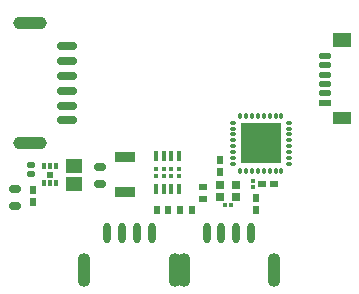
<source format=gtp>
G04*
G04 #@! TF.GenerationSoftware,Altium Limited,Altium Designer,18.0.8 (490)*
G04*
G04 Layer_Color=8421504*
%FSLAX44Y44*%
%MOMM*%
G71*
G01*
G75*
%ADD73R,0.4500X0.4500*%
%ADD74R,0.4500X0.4500*%
%ADD75R,0.4500X0.4500*%
%ADD76R,0.3508X0.9008*%
G04:AMPARAMS|DCode=77|XSize=0.6604mm|YSize=1.7526mm|CornerRadius=0.3302mm|HoleSize=0mm|Usage=FLASHONLY|Rotation=0.000|XOffset=0mm|YOffset=0mm|HoleType=Round|Shape=RoundedRectangle|*
%AMROUNDEDRECTD77*
21,1,0.6604,1.0922,0,0,0.0*
21,1,0.0000,1.7526,0,0,0.0*
1,1,0.6604,0.0000,-0.5461*
1,1,0.6604,0.0000,-0.5461*
1,1,0.6604,0.0000,0.5461*
1,1,0.6604,0.0000,0.5461*
%
%ADD77ROUNDEDRECTD77*%
G04:AMPARAMS|DCode=78|XSize=2.8702mm|YSize=1.0668mm|CornerRadius=0.5334mm|HoleSize=0mm|Usage=FLASHONLY|Rotation=90.000|XOffset=0mm|YOffset=0mm|HoleType=Round|Shape=RoundedRectangle|*
%AMROUNDEDRECTD78*
21,1,2.8702,0.0000,0,0,90.0*
21,1,1.8034,1.0668,0,0,90.0*
1,1,1.0668,0.0000,0.9017*
1,1,1.0668,0.0000,-0.9017*
1,1,1.0668,0.0000,-0.9017*
1,1,1.0668,0.0000,0.9017*
%
%ADD78ROUNDEDRECTD78*%
%ADD79R,0.5508X0.6508*%
%ADD80R,0.6508X0.5508*%
%ADD81R,0.8008X0.6508*%
G04:AMPARAMS|DCode=82|XSize=0.3708mm|YSize=0.4108mm|CornerRadius=0.1054mm|HoleSize=0mm|Usage=FLASHONLY|Rotation=90.000|XOffset=0mm|YOffset=0mm|HoleType=Round|Shape=RoundedRectangle|*
%AMROUNDEDRECTD82*
21,1,0.3708,0.2000,0,0,90.0*
21,1,0.1600,0.4108,0,0,90.0*
1,1,0.2108,0.1000,0.0800*
1,1,0.2108,0.1000,-0.0800*
1,1,0.2108,-0.1000,-0.0800*
1,1,0.2108,-0.1000,0.0800*
%
%ADD82ROUNDEDRECTD82*%
G04:AMPARAMS|DCode=83|XSize=0.3708mm|YSize=0.4108mm|CornerRadius=0.1054mm|HoleSize=0mm|Usage=FLASHONLY|Rotation=0.000|XOffset=0mm|YOffset=0mm|HoleType=Round|Shape=RoundedRectangle|*
%AMROUNDEDRECTD83*
21,1,0.3708,0.2000,0,0,0.0*
21,1,0.1600,0.4108,0,0,0.0*
1,1,0.2108,0.0800,-0.1000*
1,1,0.2108,-0.0800,-0.1000*
1,1,0.2108,-0.0800,0.1000*
1,1,0.2108,0.0800,0.1000*
%
%ADD83ROUNDEDRECTD83*%
%ADD84R,1.5508X1.0508*%
%ADD85R,1.0508X0.5508*%
G04:AMPARAMS|DCode=86|XSize=0.5508mm|YSize=1.0508mm|CornerRadius=0.2754mm|HoleSize=0mm|Usage=FLASHONLY|Rotation=270.000|XOffset=0mm|YOffset=0mm|HoleType=Round|Shape=RoundedRectangle|*
%AMROUNDEDRECTD86*
21,1,0.5508,0.5000,0,0,270.0*
21,1,0.0000,1.0508,0,0,270.0*
1,1,0.5508,-0.2500,0.0000*
1,1,0.5508,-0.2500,0.0000*
1,1,0.5508,0.2500,0.0000*
1,1,0.5508,0.2500,0.0000*
%
%ADD86ROUNDEDRECTD86*%
%ADD87R,1.5508X1.2508*%
%ADD88R,0.5588X0.6604*%
%ADD89R,0.6604X0.5588*%
G04:AMPARAMS|DCode=90|XSize=0.6604mm|YSize=0.9652mm|CornerRadius=0.1778mm|HoleSize=0mm|Usage=FLASHONLY|Rotation=270.000|XOffset=0mm|YOffset=0mm|HoleType=Round|Shape=RoundedRectangle|*
%AMROUNDEDRECTD90*
21,1,0.6604,0.6096,0,0,270.0*
21,1,0.3048,0.9652,0,0,270.0*
1,1,0.3556,-0.3048,-0.1524*
1,1,0.3556,-0.3048,0.1524*
1,1,0.3556,0.3048,0.1524*
1,1,0.3556,0.3048,-0.1524*
%
%ADD90ROUNDEDRECTD90*%
%ADD91R,1.4508X1.1508*%
G04:AMPARAMS|DCode=92|XSize=0.5588mm|YSize=0.6604mm|CornerRadius=0.1524mm|HoleSize=0mm|Usage=FLASHONLY|Rotation=270.000|XOffset=0mm|YOffset=0mm|HoleType=Round|Shape=RoundedRectangle|*
%AMROUNDEDRECTD92*
21,1,0.5588,0.3556,0,0,270.0*
21,1,0.2540,0.6604,0,0,270.0*
1,1,0.3048,-0.1778,-0.1270*
1,1,0.3048,-0.1778,0.1270*
1,1,0.3048,0.1778,0.1270*
1,1,0.3048,0.1778,-0.1270*
%
%ADD92ROUNDEDRECTD92*%
%ADD93R,0.5588X0.5588*%
%ADD94R,0.3048X0.6096*%
%ADD95R,1.6510X0.9652*%
%ADD96R,3.5008X3.5008*%
%ADD97O,0.6508X0.3508*%
%ADD98O,0.3508X0.6508*%
G04:AMPARAMS|DCode=99|XSize=0.6604mm|YSize=1.7526mm|CornerRadius=0.3302mm|HoleSize=0mm|Usage=FLASHONLY|Rotation=270.000|XOffset=0mm|YOffset=0mm|HoleType=Round|Shape=RoundedRectangle|*
%AMROUNDEDRECTD99*
21,1,0.6604,1.0922,0,0,270.0*
21,1,0.0000,1.7526,0,0,270.0*
1,1,0.6604,-0.5461,0.0000*
1,1,0.6604,-0.5461,0.0000*
1,1,0.6604,0.5461,0.0000*
1,1,0.6604,0.5461,0.0000*
%
%ADD99ROUNDEDRECTD99*%
G04:AMPARAMS|DCode=100|XSize=2.8702mm|YSize=1.0668mm|CornerRadius=0.5334mm|HoleSize=0mm|Usage=FLASHONLY|Rotation=0.000|XOffset=0mm|YOffset=0mm|HoleType=Round|Shape=RoundedRectangle|*
%AMROUNDEDRECTD100*
21,1,2.8702,0.0000,0,0,0.0*
21,1,1.8034,1.0668,0,0,0.0*
1,1,1.0668,0.9017,0.0000*
1,1,1.0668,-0.9017,0.0000*
1,1,1.0668,-0.9017,0.0000*
1,1,1.0668,0.9017,0.0000*
%
%ADD100ROUNDEDRECTD100*%
D73*
X966500Y1554050D02*
D03*
X953500Y1547551D02*
D03*
D74*
X960000Y1554050D02*
D03*
X947000D02*
D03*
D75*
X953500Y1554050D02*
D03*
X966500Y1547550D02*
D03*
X960000D02*
D03*
X947000Y1547550D02*
D03*
D76*
X966500Y1565000D02*
D03*
X960000Y1565000D02*
D03*
X953500Y1565000D02*
D03*
X947000D02*
D03*
X966500Y1536600D02*
D03*
X960000D02*
D03*
X953500D02*
D03*
X947000D02*
D03*
D77*
X943250Y1499750D02*
D03*
X930750D02*
D03*
X918150D02*
D03*
X905704D02*
D03*
X1027500Y1499750D02*
D03*
X1015000D02*
D03*
X1002400D02*
D03*
X989954D02*
D03*
D78*
X962750Y1468250D02*
D03*
X886146D02*
D03*
X1047000Y1468250D02*
D03*
X970396D02*
D03*
D79*
X1032000Y1529250D02*
D03*
Y1519250D02*
D03*
X1001250Y1561500D02*
D03*
Y1551500D02*
D03*
X842500Y1535750D02*
D03*
Y1525750D02*
D03*
D80*
X1046750Y1541000D02*
D03*
X1036750D02*
D03*
D81*
X1015000Y1540500D02*
D03*
X1015000Y1530500D02*
D03*
X1001500Y1540500D02*
D03*
X1001500Y1530500D02*
D03*
D82*
X1029000Y1543800D02*
D03*
X1029000Y1538200D02*
D03*
D83*
X1010800Y1523000D02*
D03*
X1005200Y1523000D02*
D03*
D84*
X1104398Y1596750D02*
D03*
D85*
X1090250Y1609750D02*
D03*
D86*
X1090250Y1617750D02*
D03*
X1090250Y1625750D02*
D03*
Y1633750D02*
D03*
Y1641750D02*
D03*
Y1649750D02*
D03*
D87*
X1104398Y1662750D02*
D03*
D88*
X947500Y1519000D02*
D03*
X957580Y1519000D02*
D03*
X967500Y1519250D02*
D03*
X977580D02*
D03*
D89*
X987000Y1528500D02*
D03*
Y1538580D02*
D03*
D90*
X899500Y1541500D02*
D03*
Y1555500D02*
D03*
X827250Y1536750D02*
D03*
Y1522750D02*
D03*
D91*
X878000Y1541250D02*
D03*
X878000Y1556250D02*
D03*
D92*
X841500Y1557250D02*
D03*
Y1549250D02*
D03*
D93*
X857500Y1549000D02*
D03*
D94*
X852500Y1556366D02*
D03*
X857500Y1556366D02*
D03*
X862580D02*
D03*
Y1541700D02*
D03*
X857500Y1541700D02*
D03*
X852500Y1541700D02*
D03*
D95*
X920500Y1534518D02*
D03*
Y1563750D02*
D03*
D96*
X1035724Y1575550D02*
D03*
D97*
X1012224Y1558050D02*
D03*
Y1563050D02*
D03*
Y1568050D02*
D03*
Y1573050D02*
D03*
Y1578050D02*
D03*
Y1583050D02*
D03*
Y1588050D02*
D03*
Y1593050D02*
D03*
X1059224D02*
D03*
Y1588050D02*
D03*
Y1583050D02*
D03*
X1059224Y1578050D02*
D03*
X1059224Y1573050D02*
D03*
Y1568050D02*
D03*
Y1563050D02*
D03*
Y1558050D02*
D03*
D98*
X1018224Y1599050D02*
D03*
X1023224D02*
D03*
X1028224D02*
D03*
X1033224D02*
D03*
X1038224D02*
D03*
X1043224D02*
D03*
X1048224D02*
D03*
X1053224D02*
D03*
Y1552050D02*
D03*
X1048224D02*
D03*
X1043224D02*
D03*
X1038224D02*
D03*
X1033224D02*
D03*
X1028224D02*
D03*
X1023224D02*
D03*
X1018224D02*
D03*
D99*
X872000Y1595000D02*
D03*
Y1607500D02*
D03*
Y1620000D02*
D03*
X872000Y1632600D02*
D03*
X872000Y1645046D02*
D03*
Y1657746D02*
D03*
D100*
X840500Y1575500D02*
D03*
X840500Y1677050D02*
D03*
M02*

</source>
